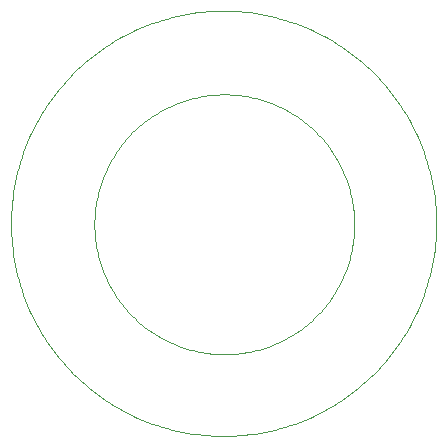
<source format=gbr>
G04 EAGLE Gerber RS-274X export*
G75*
%MOMM*%
%FSLAX35Y35*%
%LPD*%
%INslot_drills_and_holes*%
%IPPOS*%
%AMOC8*
5,1,8,0,0,1.08239X$1,22.5*%
G01*
%ADD10C,0.010000*%
%ADD11C,0.050000*%


D10*
X1793375Y-42625D02*
X1793375Y57375D01*
D11*
X-1806625Y7375D02*
X-1806083Y51549D01*
X-1804457Y95697D01*
X-1801748Y139791D01*
X-1797958Y183806D01*
X-1793088Y227714D01*
X-1787143Y271490D01*
X-1780125Y315106D01*
X-1772039Y358538D01*
X-1762889Y401757D01*
X-1752681Y444739D01*
X-1741422Y487458D01*
X-1729118Y529887D01*
X-1715776Y572002D01*
X-1701404Y613777D01*
X-1686012Y655186D01*
X-1669608Y696205D01*
X-1652203Y736809D01*
X-1633806Y776974D01*
X-1614429Y816675D01*
X-1594083Y855889D01*
X-1572782Y894592D01*
X-1550536Y932760D01*
X-1527361Y970371D01*
X-1503270Y1007401D01*
X-1478278Y1043830D01*
X-1452399Y1079634D01*
X-1425649Y1114792D01*
X-1398044Y1149283D01*
X-1369601Y1183086D01*
X-1340337Y1216181D01*
X-1310270Y1248548D01*
X-1279417Y1280167D01*
X-1247798Y1311020D01*
X-1215431Y1341087D01*
X-1182336Y1370351D01*
X-1148533Y1398794D01*
X-1114042Y1426399D01*
X-1078884Y1453149D01*
X-1043080Y1479028D01*
X-1006651Y1504020D01*
X-969621Y1528111D01*
X-932010Y1551286D01*
X-893842Y1573532D01*
X-855139Y1594833D01*
X-815925Y1615179D01*
X-776224Y1634556D01*
X-736059Y1652953D01*
X-695455Y1670358D01*
X-654436Y1686762D01*
X-613027Y1702154D01*
X-571252Y1716526D01*
X-529137Y1729868D01*
X-486708Y1742172D01*
X-443989Y1753431D01*
X-401007Y1763639D01*
X-357788Y1772789D01*
X-314356Y1780875D01*
X-270740Y1787893D01*
X-226964Y1793838D01*
X-183056Y1798708D01*
X-139041Y1802498D01*
X-94947Y1805207D01*
X-50799Y1806833D01*
X-6625Y1807375D01*
X37549Y1806833D01*
X81697Y1805207D01*
X125791Y1802498D01*
X169806Y1798708D01*
X213714Y1793838D01*
X257490Y1787893D01*
X301106Y1780875D01*
X344538Y1772789D01*
X387757Y1763639D01*
X430739Y1753431D01*
X473458Y1742172D01*
X515887Y1729868D01*
X558002Y1716526D01*
X599777Y1702154D01*
X641186Y1686762D01*
X682205Y1670358D01*
X722809Y1652953D01*
X762974Y1634556D01*
X802675Y1615179D01*
X841889Y1594833D01*
X880592Y1573532D01*
X918760Y1551286D01*
X956371Y1528111D01*
X993401Y1504020D01*
X1029830Y1479028D01*
X1065634Y1453149D01*
X1100792Y1426399D01*
X1135283Y1398794D01*
X1169086Y1370351D01*
X1202181Y1341087D01*
X1234548Y1311020D01*
X1266167Y1280167D01*
X1297020Y1248548D01*
X1327087Y1216181D01*
X1356351Y1183086D01*
X1384794Y1149283D01*
X1412399Y1114792D01*
X1439149Y1079634D01*
X1465028Y1043830D01*
X1490020Y1007401D01*
X1514111Y970371D01*
X1537286Y932760D01*
X1559532Y894592D01*
X1580833Y855889D01*
X1601179Y816675D01*
X1620556Y776974D01*
X1638953Y736809D01*
X1656358Y696205D01*
X1672762Y655186D01*
X1688154Y613777D01*
X1702526Y572002D01*
X1715868Y529887D01*
X1728172Y487458D01*
X1739431Y444739D01*
X1749639Y401757D01*
X1758789Y358538D01*
X1766875Y315106D01*
X1773893Y271490D01*
X1779838Y227714D01*
X1784708Y183806D01*
X1788498Y139791D01*
X1791207Y95697D01*
X1792833Y51549D01*
X1793375Y7375D01*
X1792833Y-36799D01*
X1791207Y-80947D01*
X1788498Y-125041D01*
X1784708Y-169056D01*
X1779838Y-212964D01*
X1773893Y-256740D01*
X1766875Y-300356D01*
X1758789Y-343788D01*
X1749639Y-387007D01*
X1739431Y-429989D01*
X1728172Y-472708D01*
X1715868Y-515137D01*
X1702526Y-557252D01*
X1688154Y-599027D01*
X1672762Y-640436D01*
X1656358Y-681455D01*
X1638953Y-722059D01*
X1620556Y-762224D01*
X1601179Y-801925D01*
X1580833Y-841139D01*
X1559532Y-879842D01*
X1537286Y-918010D01*
X1514111Y-955621D01*
X1490020Y-992651D01*
X1465028Y-1029080D01*
X1439149Y-1064884D01*
X1412399Y-1100042D01*
X1384794Y-1134533D01*
X1356351Y-1168336D01*
X1327087Y-1201431D01*
X1297020Y-1233798D01*
X1266167Y-1265417D01*
X1234548Y-1296270D01*
X1202181Y-1326337D01*
X1169086Y-1355601D01*
X1135283Y-1384044D01*
X1100792Y-1411649D01*
X1065634Y-1438399D01*
X1029830Y-1464278D01*
X993401Y-1489270D01*
X956371Y-1513361D01*
X918760Y-1536536D01*
X880592Y-1558782D01*
X841889Y-1580083D01*
X802675Y-1600429D01*
X762974Y-1619806D01*
X722809Y-1638203D01*
X682205Y-1655608D01*
X641186Y-1672012D01*
X599777Y-1687404D01*
X558002Y-1701776D01*
X515887Y-1715118D01*
X473458Y-1727422D01*
X430739Y-1738681D01*
X387757Y-1748889D01*
X344538Y-1758039D01*
X301106Y-1766125D01*
X257490Y-1773143D01*
X213714Y-1779088D01*
X169806Y-1783958D01*
X125791Y-1787748D01*
X81697Y-1790457D01*
X37549Y-1792083D01*
X-6625Y-1792625D01*
X-50799Y-1792083D01*
X-94947Y-1790457D01*
X-139041Y-1787748D01*
X-183056Y-1783958D01*
X-226964Y-1779088D01*
X-270740Y-1773143D01*
X-314356Y-1766125D01*
X-357788Y-1758039D01*
X-401007Y-1748889D01*
X-443989Y-1738681D01*
X-486708Y-1727422D01*
X-529137Y-1715118D01*
X-571252Y-1701776D01*
X-613027Y-1687404D01*
X-654436Y-1672012D01*
X-695455Y-1655608D01*
X-736059Y-1638203D01*
X-776224Y-1619806D01*
X-815925Y-1600429D01*
X-855139Y-1580083D01*
X-893842Y-1558782D01*
X-932010Y-1536536D01*
X-969621Y-1513361D01*
X-1006651Y-1489270D01*
X-1043080Y-1464278D01*
X-1078884Y-1438399D01*
X-1114042Y-1411649D01*
X-1148533Y-1384044D01*
X-1182336Y-1355601D01*
X-1215431Y-1326337D01*
X-1247798Y-1296270D01*
X-1279417Y-1265417D01*
X-1310270Y-1233798D01*
X-1340337Y-1201431D01*
X-1369601Y-1168336D01*
X-1398044Y-1134533D01*
X-1425649Y-1100042D01*
X-1452399Y-1064884D01*
X-1478278Y-1029080D01*
X-1503270Y-992651D01*
X-1527361Y-955621D01*
X-1550536Y-918010D01*
X-1572782Y-879842D01*
X-1594083Y-841139D01*
X-1614429Y-801925D01*
X-1633806Y-762224D01*
X-1652203Y-722059D01*
X-1669608Y-681455D01*
X-1686012Y-640436D01*
X-1701404Y-599027D01*
X-1715776Y-557252D01*
X-1729118Y-515137D01*
X-1741422Y-472708D01*
X-1752681Y-429989D01*
X-1762889Y-387007D01*
X-1772039Y-343788D01*
X-1780125Y-300356D01*
X-1787143Y-256740D01*
X-1793088Y-212964D01*
X-1797958Y-169056D01*
X-1801748Y-125041D01*
X-1804457Y-80947D01*
X-1806083Y-36799D01*
X-1806625Y7375D01*
X-1100000Y0D02*
X-1099669Y26995D01*
X-1098675Y53974D01*
X-1097020Y80921D01*
X-1094703Y107819D01*
X-1091727Y134652D01*
X-1088094Y161404D01*
X-1083805Y188058D01*
X-1078864Y214599D01*
X-1073272Y241011D01*
X-1067034Y267278D01*
X-1060154Y293384D01*
X-1052634Y319313D01*
X-1044481Y345050D01*
X-1035698Y370579D01*
X-1026292Y395885D01*
X-1016267Y420952D01*
X-1005631Y445765D01*
X-994388Y470311D01*
X-982547Y494572D01*
X-970113Y518536D01*
X-957096Y542188D01*
X-943501Y565513D01*
X-929339Y588497D01*
X-914617Y611127D01*
X-899343Y633389D01*
X-883528Y655269D01*
X-867181Y676755D01*
X-850311Y697833D01*
X-832930Y718490D01*
X-815046Y738715D01*
X-796672Y758495D01*
X-777817Y777817D01*
X-758495Y796672D01*
X-738715Y815046D01*
X-718490Y832930D01*
X-697833Y850311D01*
X-676755Y867181D01*
X-655269Y883528D01*
X-633389Y899343D01*
X-611127Y914617D01*
X-588497Y929339D01*
X-565513Y943501D01*
X-542188Y957096D01*
X-518536Y970113D01*
X-494572Y982547D01*
X-470311Y994388D01*
X-445765Y1005631D01*
X-420952Y1016267D01*
X-395885Y1026292D01*
X-370579Y1035698D01*
X-345050Y1044481D01*
X-319313Y1052634D01*
X-293384Y1060154D01*
X-267278Y1067034D01*
X-241011Y1073272D01*
X-214599Y1078864D01*
X-188058Y1083805D01*
X-161404Y1088094D01*
X-134652Y1091727D01*
X-107819Y1094703D01*
X-80921Y1097020D01*
X-53974Y1098675D01*
X-26995Y1099669D01*
X0Y1100000D01*
X26995Y1099669D01*
X53974Y1098675D01*
X80921Y1097020D01*
X107819Y1094703D01*
X134652Y1091727D01*
X161404Y1088094D01*
X188058Y1083805D01*
X214599Y1078864D01*
X241011Y1073272D01*
X267278Y1067034D01*
X293384Y1060154D01*
X319313Y1052634D01*
X345050Y1044481D01*
X370579Y1035698D01*
X395885Y1026292D01*
X420952Y1016267D01*
X445765Y1005631D01*
X470311Y994388D01*
X494572Y982547D01*
X518536Y970113D01*
X542188Y957096D01*
X565513Y943501D01*
X588497Y929339D01*
X611127Y914617D01*
X633389Y899343D01*
X655269Y883528D01*
X676755Y867181D01*
X697833Y850311D01*
X718490Y832930D01*
X738715Y815046D01*
X758495Y796672D01*
X777817Y777817D01*
X796672Y758495D01*
X815046Y738715D01*
X832930Y718490D01*
X850311Y697833D01*
X867181Y676755D01*
X883528Y655269D01*
X899343Y633389D01*
X914617Y611127D01*
X929339Y588497D01*
X943501Y565513D01*
X957096Y542188D01*
X970113Y518536D01*
X982547Y494572D01*
X994388Y470311D01*
X1005631Y445765D01*
X1016267Y420952D01*
X1026292Y395885D01*
X1035698Y370579D01*
X1044481Y345050D01*
X1052634Y319313D01*
X1060154Y293384D01*
X1067034Y267278D01*
X1073272Y241011D01*
X1078864Y214599D01*
X1083805Y188058D01*
X1088094Y161404D01*
X1091727Y134652D01*
X1094703Y107819D01*
X1097020Y80921D01*
X1098675Y53974D01*
X1099669Y26995D01*
X1100000Y0D01*
X1099669Y-26995D01*
X1098675Y-53974D01*
X1097020Y-80921D01*
X1094703Y-107819D01*
X1091727Y-134652D01*
X1088094Y-161404D01*
X1083805Y-188058D01*
X1078864Y-214599D01*
X1073272Y-241011D01*
X1067034Y-267278D01*
X1060154Y-293384D01*
X1052634Y-319313D01*
X1044481Y-345050D01*
X1035698Y-370579D01*
X1026292Y-395885D01*
X1016267Y-420952D01*
X1005631Y-445765D01*
X994388Y-470311D01*
X982547Y-494572D01*
X970113Y-518536D01*
X957096Y-542188D01*
X943501Y-565513D01*
X929339Y-588497D01*
X914617Y-611127D01*
X899343Y-633389D01*
X883528Y-655269D01*
X867181Y-676755D01*
X850311Y-697833D01*
X832930Y-718490D01*
X815046Y-738715D01*
X796672Y-758495D01*
X777817Y-777817D01*
X758495Y-796672D01*
X738715Y-815046D01*
X718490Y-832930D01*
X697833Y-850311D01*
X676755Y-867181D01*
X655269Y-883528D01*
X633389Y-899343D01*
X611127Y-914617D01*
X588497Y-929339D01*
X565513Y-943501D01*
X542188Y-957096D01*
X518536Y-970113D01*
X494572Y-982547D01*
X470311Y-994388D01*
X445765Y-1005631D01*
X420952Y-1016267D01*
X395885Y-1026292D01*
X370579Y-1035698D01*
X345050Y-1044481D01*
X319313Y-1052634D01*
X293384Y-1060154D01*
X267278Y-1067034D01*
X241011Y-1073272D01*
X214599Y-1078864D01*
X188058Y-1083805D01*
X161404Y-1088094D01*
X134652Y-1091727D01*
X107819Y-1094703D01*
X80921Y-1097020D01*
X53974Y-1098675D01*
X26995Y-1099669D01*
X0Y-1100000D01*
X-26995Y-1099669D01*
X-53974Y-1098675D01*
X-80921Y-1097020D01*
X-107819Y-1094703D01*
X-134652Y-1091727D01*
X-161404Y-1088094D01*
X-188058Y-1083805D01*
X-214599Y-1078864D01*
X-241011Y-1073272D01*
X-267278Y-1067034D01*
X-293384Y-1060154D01*
X-319313Y-1052634D01*
X-345050Y-1044481D01*
X-370579Y-1035698D01*
X-395885Y-1026292D01*
X-420952Y-1016267D01*
X-445765Y-1005631D01*
X-470311Y-994388D01*
X-494572Y-982547D01*
X-518536Y-970113D01*
X-542188Y-957096D01*
X-565513Y-943501D01*
X-588497Y-929339D01*
X-611127Y-914617D01*
X-633389Y-899343D01*
X-655269Y-883528D01*
X-676755Y-867181D01*
X-697833Y-850311D01*
X-718490Y-832930D01*
X-738715Y-815046D01*
X-758495Y-796672D01*
X-777817Y-777817D01*
X-796672Y-758495D01*
X-815046Y-738715D01*
X-832930Y-718490D01*
X-850311Y-697833D01*
X-867181Y-676755D01*
X-883528Y-655269D01*
X-899343Y-633389D01*
X-914617Y-611127D01*
X-929339Y-588497D01*
X-943501Y-565513D01*
X-957096Y-542188D01*
X-970113Y-518536D01*
X-982547Y-494572D01*
X-994388Y-470311D01*
X-1005631Y-445765D01*
X-1016267Y-420952D01*
X-1026292Y-395885D01*
X-1035698Y-370579D01*
X-1044481Y-345050D01*
X-1052634Y-319313D01*
X-1060154Y-293384D01*
X-1067034Y-267278D01*
X-1073272Y-241011D01*
X-1078864Y-214599D01*
X-1083805Y-188058D01*
X-1088094Y-161404D01*
X-1091727Y-134652D01*
X-1094703Y-107819D01*
X-1097020Y-80921D01*
X-1098675Y-53974D01*
X-1099669Y-26995D01*
X-1100000Y0D01*
M02*

</source>
